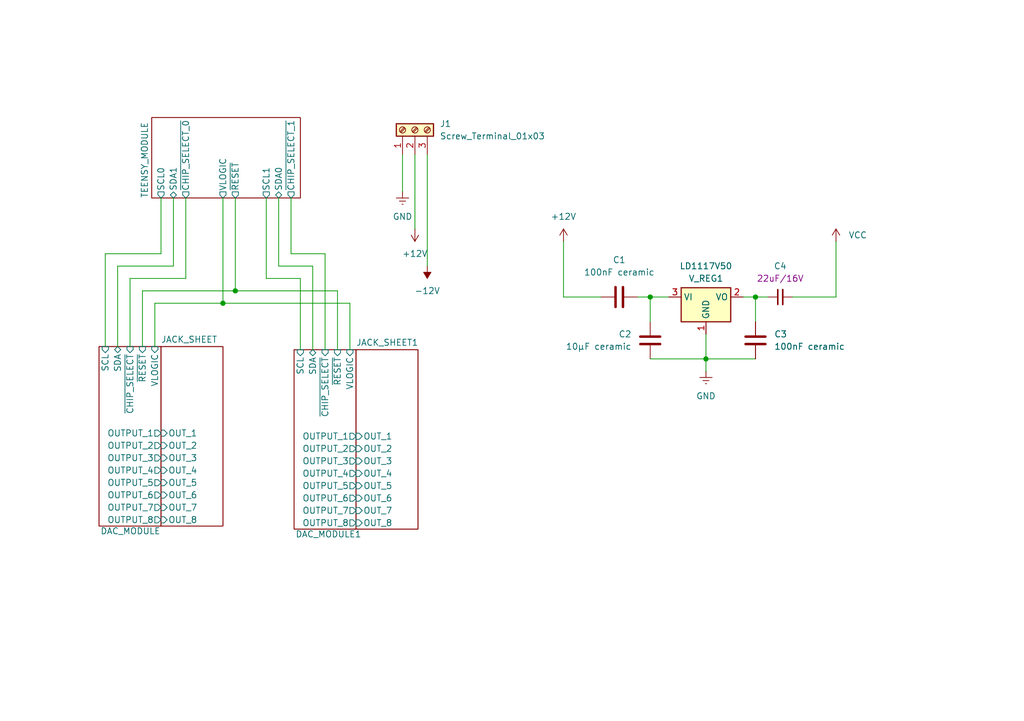
<source format=kicad_sch>
(kicad_sch (version 20250114) (generator "eeschema") (generator_version "9.0")
  (paper "A5")
  (title_block (title "MasterOfMuppets") (date "localtime();") (rev "0.0.0") (company "y3i12"))
  (lib_symbols
    (symbol "Connector:Screw_Terminal_01x03" (pin_names (offset 1.016) (hide yes))
      (property "Reference" "J" (at 0 5.08 0))
      (property "Value" "Screw_Terminal_01x03" (at 0 -5.08 0))
      (symbol "Screw_Terminal_01x03_1_1"
        (rectangle (start -1.27 3.81) (end 1.27 -3.81) (stroke (width 0.254)) (fill (type background)))
        (polyline (pts (xy -0.5334 2.8702) (xy 0.3302 2.032)) (stroke (width 0.1524)))
        (polyline (pts (xy -0.5334 0.3302) (xy 0.3302 -0.508)) (stroke (width 0.1524)))
        (polyline (pts (xy -0.5334 -2.2098) (xy 0.3302 -3.048)) (stroke (width 0.1524)))
        (polyline (pts (xy -0.3556 3.048) (xy 0.508 2.2098)) (stroke (width 0.1524)))
        (polyline (pts (xy -0.3556 0.508) (xy 0.508 -0.3302)) (stroke (width 0.1524)))
        (polyline (pts (xy -0.3556 -2.032) (xy 0.508 -2.8702)) (stroke (width 0.1524)))
        (circle (center 0 2.54) (radius 0.635) (stroke (width 0.1524)))
        (circle (center 0 0) (radius 0.635) (stroke (width 0.1524)))
        (circle (center 0 -2.54) (radius 0.635) (stroke (width 0.1524)))
        (pin passive line (at -5.08 2.54 0) (length 3.81) (name "Pin_1") (number "1"))
        (pin passive line (at -5.08 0 0) (length 3.81) (name "Pin_2") (number "2"))
        (pin passive line (at -5.08 -2.54 0) (length 3.81) (name "Pin_3") (number "3"))
      )
    )
    (symbol "Device:C" (pin_numbers (hide yes)) (pin_names (offset 0.254))
      (property "Reference" "C" (at 0.635 2.54 0))
      (property "Value" "C" (at 0.635 -2.54 0))
      (symbol "C_0_1"
        (polyline (pts (xy -2.032 0.762) (xy 2.032 0.762)) (stroke (width 0.508)))
        (polyline (pts (xy -2.032 -0.762) (xy 2.032 -0.762)) (stroke (width 0.508)))
      )
      (symbol "C_1_1"
        (pin passive line (at 0 3.81 270) (length 2.794) (name "~") (number "1"))
        (pin passive line (at 0 -3.81 90) (length 2.794) (name "~") (number "2"))
      )
    )
    (symbol "PCM_4ms_Capacitor:22uF_0603_16V" (pin_numbers (hide yes)) (pin_names (offset 0.254) (hide yes))
      (property "Reference" "C" (at 1.905 1.27 0))
      (property "Display" "22uF/16V" (at 1.905 -1.27 0))
      (symbol "22uF_0603_16V_0_1"
        (polyline (pts (xy -1.524 0.508) (xy 1.524 0.508)) (stroke (width 0.3048)))
        (polyline (pts (xy -1.524 -0.508) (xy 1.524 -0.508)) (stroke (width 0.3302)))
      )
      (symbol "22uF_0603_16V_1_1"
        (pin passive line (at 0 2.54 270) (length 2.032) (name "~") (number "1"))
        (pin passive line (at 0 -2.54 90) (length 2.032) (name "~") (number "2"))
      )
    )
    (symbol "Regulator_Linear:LD1117S50TR_SOT223"
      (property "Reference" "U" (at -3.81 3.175 0))
      (property "Value" "LD1117S50TR_SOT223" (at 0 3.175 0))
      (symbol "LD1117S50TR_SOT223_0_1"
        (rectangle (start -5.08 -5.08) (end 5.08 1.905) (stroke (width 0.254)) (fill (type background)))
      )
      (symbol "LD1117S50TR_SOT223_1_1"
        (pin power_in line (at -7.62 0 0) (length 2.54) (name "VI") (number "3"))
        (pin power_in line (at 0 -7.62 90) (length 2.54) (name "GND") (number "1"))
        (pin power_out line (at 7.62 0 180) (length 2.54) (name "VO") (number "2"))
      )
    )
    (symbol "power:+12V" (power) (pin_numbers (hide yes)) (pin_names (offset 0) (hide yes))
      (property "Value" "+12V" (at 0 3.556 0))
      (symbol "+12V_0_1"
        (polyline (pts (xy -0.762 1.27) (xy 0 2.54)))
        (polyline (pts (xy 0 2.54) (xy 0.762 1.27)))
        (polyline (pts (xy 0 0) (xy 0 2.54)))
      )
      (symbol "+12V_1_1"
        (pin power_in line (at 0 0 90) (length 0) (name "~") (number "1"))
      )
    )
    (symbol "power:+5V" (power) (pin_numbers (hide yes)) (pin_names (offset 0) (hide yes))
      (property "Value" "+5V" (at 0 3.556 0))
      (symbol "+5V_0_1"
        (polyline (pts (xy -0.762 1.27) (xy 0 2.54)))
        (polyline (pts (xy 0 2.54) (xy 0.762 1.27)))
        (polyline (pts (xy 0 0) (xy 0 2.54)))
      )
      (symbol "+5V_1_1"
        (pin power_in line (at 0 0 90) (length 0) (name "~") (number "1"))
      )
    )
    (symbol "power:-12V" (power) (pin_numbers (hide yes)) (pin_names (offset 0) (hide yes))
      (property "Value" "-12V" (at 0 3.556 0))
      (symbol "-12V_0_0"
        (pin power_in line (at 0 0 90) (length 0) (name "~") (number "1"))
      )
      (symbol "-12V_0_1"
        (polyline (pts (xy 0 0) (xy 0 1.27) (xy 0.762 1.27) (xy 0 2.54) (xy -0.762 1.27) (xy 0 1.27)) (fill (type outline)))
      )
    )
    (symbol "power:GNDREF" (power) (pin_numbers (hide yes)) (pin_names (offset 0) (hide yes))
      (property "Value" "GNDREF" (at 0 -3.81 0))
      (symbol "GNDREF_0_1"
        (polyline (pts (xy -0.635 -1.905) (xy 0.635 -1.905)))
        (polyline (pts (xy -0.127 -2.54) (xy 0.127 -2.54)))
        (polyline (pts (xy 0 -1.27) (xy 0 0)))
        (polyline (pts (xy 1.27 -1.27) (xy -1.27 -1.27)))
      )
      (symbol "GNDREF_1_1"
        (pin power_in line (at 0 0 270) (length 0) (name "~") (number "1"))
      )
    )
  )
  (junction (at 133.35 60.96))
  (junction (at 154.94 60.96))
  (junction (at 45.72 62.23))
  (junction (at 48.26 59.69))
  (junction (at 144.78 73.66))
  (wire (pts (xy 152.4 60.96) (xy 154.94 60.96)))
  (wire (pts (xy 45.72 62.23) (xy 31.75 62.23)))
  (wire (pts (xy 115.57 60.96) (xy 123.19 60.96)))
  (wire (pts (xy 54.61 57.15) (xy 61.595 57.15)))
  (wire (pts (xy 38.1 40.64) (xy 38.1 57.15)))
  (wire (pts (xy 54.61 40.64) (xy 54.61 57.15)))
  (wire (pts (xy 33.02 52.07) (xy 21.59 52.07)))
  (wire (pts (xy 87.63 31.75) (xy 87.63 54.61)))
  (wire (pts (xy 61.595 57.15) (xy 61.595 71.755)))
  (wire (pts (xy 133.35 60.96) (xy 133.35 66.04)))
  (wire (pts (xy 38.1 57.15) (xy 26.67 57.15)))
  (wire (pts (xy 48.26 59.69) (xy 29.21 59.69)))
  (wire (pts (xy 144.78 68.58) (xy 144.78 73.66)))
  (wire (pts (xy 71.755 62.23) (xy 45.72 62.23)))
  (wire (pts (xy 85.09 31.75) (xy 85.09 46.99)))
  (wire (pts (xy 48.26 40.64) (xy 48.26 59.69)))
  (wire (pts (xy 154.94 60.96) (xy 157.48 60.96)))
  (wire (pts (xy 144.78 73.66) (xy 154.94 73.66)))
  (wire (pts (xy 144.78 73.66) (xy 144.78 76.2)))
  (wire (pts (xy 171.45 49.53) (xy 171.45 60.96)))
  (wire (pts (xy 33.02 40.64) (xy 33.02 52.07)))
  (wire (pts (xy 35.56 40.64) (xy 35.56 54.61)))
  (wire (pts (xy 57.15 40.64) (xy 57.15 54.61)))
  (wire (pts (xy 45.72 40.64) (xy 45.72 62.23)))
  (wire (pts (xy 71.755 71.755) (xy 71.755 62.23)))
  (wire (pts (xy 133.35 60.96) (xy 137.16 60.96)))
  (wire (pts (xy 21.59 52.07) (xy 21.59 71.12)))
  (wire (pts (xy 115.57 49.53) (xy 115.57 60.96)))
  (wire (pts (xy 82.55 31.75) (xy 82.55 39.37)))
  (wire (pts (xy 64.135 54.61) (xy 64.135 71.755)))
  (wire (pts (xy 24.13 54.61) (xy 24.13 71.12)))
  (wire (pts (xy 29.21 59.69) (xy 29.21 71.12)))
  (wire (pts (xy 130.81 60.96) (xy 133.35 60.96)))
  (wire (pts (xy 59.69 52.07) (xy 66.675 52.07)))
  (wire (pts (xy 69.215 59.69) (xy 48.26 59.69)))
  (wire (pts (xy 66.675 52.07) (xy 66.675 71.755)))
  (wire (pts (xy 59.69 40.64) (xy 59.69 52.07)))
  (wire (pts (xy 26.67 57.15) (xy 26.67 71.12)))
  (wire (pts (xy 57.15 54.61) (xy 64.135 54.61)))
  (wire (pts (xy 133.35 73.66) (xy 144.78 73.66)))
  (wire (pts (xy 162.56 60.96) (xy 171.45 60.96)))
  (wire (pts (xy 154.94 66.04) (xy 154.94 60.96)))
  (wire (pts (xy 69.215 71.755) (xy 69.215 59.69)))
  (wire (pts (xy 31.75 62.23) (xy 31.75 71.12)))
  (wire (pts (xy 35.56 54.61) (xy 24.13 54.61)))
  (symbol (lib_id "Connector:Screw_Terminal_01x03") (at 85.09 26.67 90) (unit 1)
    (property "Reference" "J1" (at 90.17 25.3999 90) (effects (justify right)))
    (property "Value" "Screw_Terminal_01x03" (at 90.17 27.9399 90) (effects (justify right)))
    (property "Description" "Generic screw terminal, single row, 01x03, script generated (kicad-library-utils/schlib/autogen/connector/)" (effects (hide yes)))
  )
  (symbol (lib_id "power:+5V") (at 171.45 49.53 0) (unit 1)
    (property "Reference" "#PWR06" (effects (hide yes)))
    (property "Value" "VCC" (at 173.99 48.2599 0) (effects (justify left)))
    (property "Description" "Power symbol creates a global label with name \"+5V\"" (effects (hide yes)))
  )
  (symbol (lib_id "power:GNDREF") (at 82.55 39.37 0) (unit 1)
    (property "Reference" "#PWR01" (effects (hide yes)))
    (property "Value" "GND" (at 82.55 44.45 0))
    (property "Description" "Power symbol creates a global label with name \"GNDREF\" , reference supply ground" (effects (hide yes)))
  )
  (symbol (lib_id "power:+12V") (at 85.09 46.99 180) (unit 1)
    (property "Reference" "#PWR02" (effects (hide yes)))
    (property "Value" "+12V" (at 85.09 52.07 0))
    (property "Description" "Power symbol creates a global label with name \"+12V\"" (effects (hide yes)))
  )
  (symbol (lib_id "power:-12V") (at 87.63 54.61 180) (unit 1)
    (property "Reference" "#PWR03" (effects (hide yes)))
    (property "Value" "-12V" (at 87.63 59.69 0))
    (property "Description" "Power symbol creates a global label with name \"-12V\"" (effects (hide yes)))
  )
  (symbol (lib_id "power:+12V") (at 115.57 49.53 0) (unit 1)
    (property "Reference" "#PWR04" (effects (hide yes)))
    (property "Value" "+12V" (at 115.57 44.45 0))
    (property "Description" "Power symbol creates a global label with name \"+12V\"" (effects (hide yes)))
  )
  (symbol (lib_id "Device:C") (at 127 60.96 90) (unit 1)
    (property "Reference" "C1" (at 127 53.34 90))
    (property "Value" "100nF ceramic" (at 127 55.88 90))
    (property "Description" "Unpolarized capacitor" (effects (hide yes)))
  )
  (symbol (lib_id "Regulator_Linear:LD1117S50TR_SOT223") (at 144.78 60.96 0) (unit 1)
    (property "Reference" "V_REG1" (at 144.78 57.15 0))
    (property "Value" "LD1117V50" (at 144.78 54.61 0))
    (property "Footprint" "PCM_4ms_Package_TO:TO-220-3_Vertical" (effects (hide yes)))
    (property "Datasheet" "http://www.st.com/st-web-ui/static/active/en/resource/technical/document/datasheet/CD00000544.pdf" (effects (hide yes)))
    (property "Description" "800mA Fixed Low Drop Positive Voltage Regulator, Fixed Output 5.0V, SOT-223" (effects (hide yes)))
  )
  (symbol (lib_id "Device:C") (at 154.94 69.85 180) (unit 1)
    (property "Reference" "C3" (at 158.75 68.5799 0) (effects (justify right)))
    (property "Value" "100nF ceramic" (at 158.75 71.1199 0) (effects (justify right)))
    (property "Description" "Unpolarized capacitor" (effects (hide yes)))
  )
  (symbol (lib_id "Device:C") (at 133.35 69.85 0) (mirror y) (unit 1)
    (property "Reference" "C2" (at 129.54 68.5799 0) (effects (justify left)))
    (property "Value" "10µF ceramic" (at 129.54 71.1199 0) (effects (justify left)))
    (property "Description" "Unpolarized capacitor" (effects (hide yes)))
  )
  (symbol (lib_id "power:GNDREF") (at 144.78 76.2 0) (unit 1)
    (property "Reference" "#PWR05" (effects (hide yes)))
    (property "Value" "GND" (at 144.78 81.28 0))
    (property "Description" "Power symbol creates a global label with name \"GNDREF\" , reference supply ground" (effects (hide yes)))
  )
  (symbol (lib_id "PCM_4ms_Capacitor:22uF_0603_16V") (at 160.02 60.96 90) (unit 1)
    (property "Reference" "C4" (at 160.0263 54.61 90))
    (property "Value" "22uF_0603_16V" (effects (hide yes)))
    (property "Footprint" "4ms_Capacitor:C_0805" (effects (hide yes)))
    (property "Description" "22uF, 16V,10%,X5R or X7R,0603" (effects (hide yes)))
    (property "Specifications" "22uF, 16V,10%,X5R or X7R,0603" (effects (hide yes)))
    (property "Manufacturer" "Murata" (effects (hide yes)))
    (property "Part Number" "GRM219R61C226ME15K" (effects (hide yes)))
    (property "Display" "22uF/16V" (at 160.0263 57.15 90))
  )
  (sheet (at 60.325 71.755) (size 12.7 36.83) (stroke (width 0.1524))
    (property "Sheetname" "DAC_MODULE1" (at 60.579 110.363 0) (effects (justify left bottom)))
    (property "Sheetfile" "dac_module.kicad_sch" (effects (hide yes)))
    (pin "SCL" input (at 61.595 71.755 90))
    (pin "OUTPUT_6" output (at 73.025 102.235 0))
    (pin "OUTPUT_4" output (at 73.025 97.155 0))
    (pin "OUTPUT_5" output (at 73.025 99.695 0))
    (pin "OUTPUT_2" output (at 73.025 92.075 0))
    (pin "OUTPUT_3" output (at 73.025 94.615 0))
    (pin "OUTPUT_8" output (at 73.025 107.315 0))
    (pin "OUTPUT_7" output (at 73.025 104.775 0))
    (pin "OUTPUT_1" output (at 73.025 89.535 0))
    (pin "SDA" bidirectional (at 64.135 71.755 90))
    (pin "VLOGIC" input (at 71.755 71.755 90))
    (pin "~{RESET}" input (at 69.215 71.755 90))
    (pin "~{CHIP_SELECT}" input (at 66.675 71.755 90))
  )
  (sheet (at 20.32 71.12) (size 12.7 36.83) (stroke (width 0.1524))
    (property "Sheetname" "DAC_MODULE" (at 20.574 109.728 0) (effects (justify left bottom)))
    (property "Sheetfile" "dac_module.kicad_sch" (effects (hide yes)))
    (pin "SCL" input (at 21.59 71.12 90))
    (pin "OUTPUT_6" output (at 33.02 101.6 0))
    (pin "OUTPUT_4" output (at 33.02 96.52 0))
    (pin "OUTPUT_5" output (at 33.02 99.06 0))
    (pin "OUTPUT_2" output (at 33.02 91.44 0))
    (pin "OUTPUT_3" output (at 33.02 93.98 0))
    (pin "OUTPUT_8" output (at 33.02 106.68 0))
    (pin "OUTPUT_7" output (at 33.02 104.14 0))
    (pin "OUTPUT_1" output (at 33.02 88.9 0))
    (pin "SDA" bidirectional (at 24.13 71.12 90))
    (pin "VLOGIC" input (at 31.75 71.12 90))
    (pin "~{RESET}" input (at 29.21 71.12 90))
    (pin "~{CHIP_SELECT}" input (at 26.67 71.12 90))
  )
  (sheet (at 31.115 24.13) (size 30.48 16.51) (stroke (width 0.1524))
    (property "Sheetname" "TEENSY_MODULE" (at 30.4034 40.64 90) (effects (justify left bottom)))
    (property "Sheetfile" "teensy_module.kicad_sch" (effects (hide yes)))
    (pin "VLOGIC" output (at 45.72 40.64 270))
    (pin "~{CHIP_SELECT_1}" output (at 59.69 40.64 270))
    (pin "~{CHIP_SELECT_0}" output (at 38.1 40.64 270))
    (pin "~{RESET}" output (at 48.26 40.64 270))
    (pin "SDA1" bidirectional (at 35.56 40.64 270))
    (pin "SCL0" output (at 33.02 40.64 270))
    (pin "SCL1" output (at 54.61 40.64 270))
    (pin "SDA0" bidirectional (at 57.15 40.64 270))
  )
  (sheet (at 73.025 71.755) (size 12.7 36.83) (stroke (width 0.1524))
    (property "Sheetname" "JACK_SHEET1" (at 73.025 71.0434 0) (effects (justify left bottom)))
    (property "Sheetfile" "jack_sheet.kicad_sch" (effects (hide yes)))
    (pin "OUT_1" input (at 73.025 89.535 180))
    (pin "OUT_2" input (at 73.025 92.075 180))
    (pin "OUT_3" input (at 73.025 94.615 180))
    (pin "OUT_4" input (at 73.025 97.155 180))
    (pin "OUT_5" input (at 73.025 99.695 180))
    (pin "OUT_6" input (at 73.025 102.235 180))
    (pin "OUT_7" input (at 73.025 104.775 180))
    (pin "OUT_8" input (at 73.025 107.315 180))
  )
  (sheet (at 33.02 71.12) (size 12.7 36.83) (stroke (width 0.1524))
    (property "Sheetname" "JACK_SHEET" (at 33.02 70.4084 0) (effects (justify left bottom)))
    (property "Sheetfile" "jack_sheet.kicad_sch" (effects (hide yes)))
    (pin "OUT_1" input (at 33.02 88.9 180))
    (pin "OUT_2" input (at 33.02 91.44 180))
    (pin "OUT_3" input (at 33.02 93.98 180))
    (pin "OUT_4" input (at 33.02 96.52 180))
    (pin "OUT_5" input (at 33.02 99.06 180))
    (pin "OUT_6" input (at 33.02 101.6 180))
    (pin "OUT_7" input (at 33.02 104.14 180))
    (pin "OUT_8" input (at 33.02 106.68 180))
  )
)
</source>
